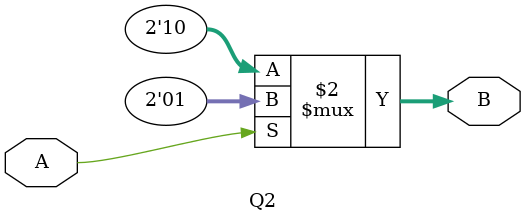
<source format=v>
module Q2 (input A, output[1:0] B);


assign B = (A == 1)? 2'd1 : 2'd2;

endmodule
</source>
